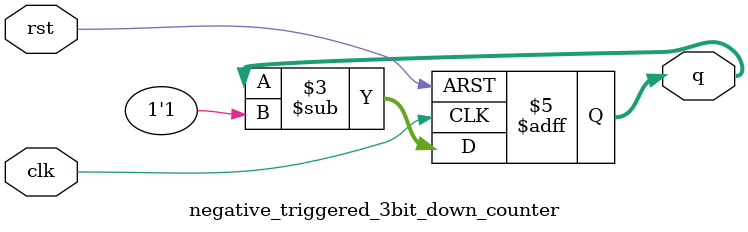
<source format=v>
`timescale 1ns / 1ps
module negative_triggered_3bit_down_counter(q,clk,rst);
input clk,rst;
output reg [2:0]q;
initial q=3'b111;
always @(posedge clk, negedge rst)
if(rst==0)
q=3'b111;
else
q = q - 1'b1;
endmodule
</source>
